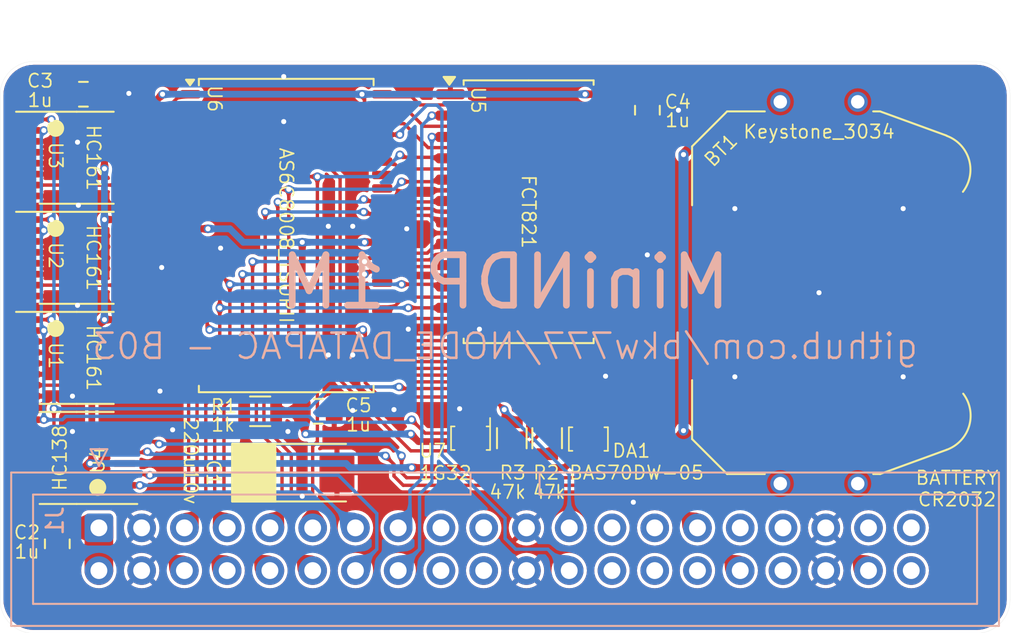
<source format=kicad_pcb>
(kicad_pcb (version 20240108) (generator "pcbnew") (generator_version "8.0")
  (title_block (title "MiniNDP 1M") (date "2024-05-25") (rev "B03") (company "Brian K. White - b.kenyon.w@gmail.com") (comment 1 "github.com/bkw777/NODE_DATAPAC"))
  (layers (0 "F.Cu" signal) (31 "B.Cu" signal) (34 "B.Paste" user) (35 "F.Paste" user) (36 "B.SilkS" user "B.Silkscreen") (37 "F.SilkS" user "F.Silkscreen") (38 "B.Mask" user) (39 "F.Mask" user) (44 "Edge.Cuts" user))
  (net 0 "")
  (net 1 "GND")
  (net 2 "VMEM")
  (net 3 "VBUS")
  (net 4 "/AD0")
  (net 5 "/AD1")
  (net 6 "/AD2")
  (net 7 "/AD3")
  (net 8 "/AD4")
  (net 9 "/AD5")
  (net 10 "/AD6")
  (net 11 "/AD7")
  (net 12 "/A8")
  (net 13 "/A9")
  (net 14 "/~{RD}")
  (net 15 "/RAMRST")
  (net 16 "/~{Y0}")
  (net 17 "/(A)")
  (net 23 "/~{BLOCK}")
  (net 24 "/~{BYTE}")
  (net 25 "/TC0")
  (net 27 "/BUS_A10")
  (net 30 "+BATT")
  (net 31 "/A5")
  (net 32 "/A6")
  (net 33 "/TC1")
  (net 34 "/~{CE1}")
  (net 35 "/A7")
  (net 36 "/BUS_A8")
  (net 37 "/BUS_A9")
  (net 38 "/A0")
  (net 39 "/A1")
  (net 40 "/A2")
  (net 41 "/A3")
  (net 42 "/A4")
  (net 56 "/~{WR}")
  (net 58 "Net-(C1-Pad1)")
  (net 60 "/A15")
  (net 61 "/A12")
  (net 62 "/A13")
  (net 63 "/A18")
  (net 64 "/A14")
  (net 65 "/A16")
  (net 66 "/A17")
  (net 67 "/A10")
  (net 68 "/A11")
  (net 69 "/BUS_A11")
  (net 70 "/A19")
  (net 81 "/SLEEP")
  (footprint "000_LOCAL:CP_6032" (layer "F.Cu") (at 139.5 110.475)
    (property "Reference" "C1")
    (property "Value" "220u10v")
  )
  (footprint "000_LOCAL:TSSOP-16" (layer "F.Cu") (at 126.5 109.6 180)
    (property "Reference" "U4")
    (property "Value" "HC138")
  )
  (footprint "000_LOCAL:C_0805" (layer "F.Cu") (at 125.35 114.704999 -90)
    (property "Reference" "C2")
    (property "Value" "1u")
  )
  (footprint "000_LOCAL:SOIC-24" (layer "F.Cu") (at 153.35 94.958999)
    (property "Reference" "U5")
    (property "Value" "FCT821")
  )
  (footprint "000_LOCAL:Fiducial_0.75_1.5" (layer "F.Cu") (at 179.95 118.025)
    (property "Reference" "F2" (hide yes))
    (property "Value" "Fiducial_0.75_1.5" (hide yes))
  )
  (footprint "000_LOCAL:TSSOP-16" (layer "F.Cu") (at 126.5 97.7)
    (property "Reference" "U2")
    (property "Value" "HC161")
  )
  (footprint "000_LOCAL:Fiducial_0.75_1.5" (layer "F.Cu") (at 179.95 88.025 90)
    (property "Reference" "F2" (hide yes))
    (property "Value" "Fiducial_0.75_1.5" (hide yes))
  )
  (footprint "000_LOCAL:SOT-363_SC-70-6_symmetric" (layer "F.Cu") (at 156.9 108.475 90)
    (property "Reference" "DA1")
    (property "Value" "BAS70DW-05")
  )
  (footprint "000_LOCAL:R_0805" (layer "F.Cu") (at 137.4 106.825 180)
    (property "Reference" "R1")
    (property "Value" "1k")
  )
  (footprint "000_LOCAL:TSSOP-16" (layer "F.Cu") (at 126.5 91.75)
    (property "Reference" "U3")
    (property "Value" "HC161")
  )
  (footprint "000_LOCAL:SOT-353_SC-70-5" (layer "F.Cu") (at 149.9 108.425 -90)
    (property "Reference" "U7")
    (property "Value" "1G32")
  )
  (footprint "000_LOCAL:C_0805" (layer "F.Cu") (at 160.406 88.923999 -90)
    (property "Reference" "C4")
    (property "Value" "1u")
  )
  (footprint "000_LOCAL:R_0805" (layer "F.Cu") (at 154.45 108.425 90)
    (property "Reference" "R2")
    (property "Value" "47k")
  )
  (footprint "000_LOCAL:Fiducial_0.75_1.5" (layer "F.Cu") (at 123.95 118.025)
    (property "Reference" "F3" (hide yes))
    (property "Value" "Fiducial_0.75_1.5" (hide yes))
  )
  (footprint "000_LOCAL:TSOP-II-44" (layer "F.Cu") (at 138.95 96.375)
    (property "Reference" "U6")
    (property "Value" "AS6C8008_TSOPII")
  )
  (footprint "000_LOCAL:MiniNDP_Cover" (layer "F.Cu") (at 151.95 103.025)
    (property "Reference" "ENCLOSURE")
    (property "Value" "MiniNDP_Cover")
  )
  (footprint "000_LOCAL:Keystone_3028_3034" (layer "F.Cu") (at 170.6 99.775 90)
    (property "Reference" "BT1")
    (property "Value" "Keystone_3034")
  )
  (footprint "000_LOCAL:R_0805" (layer "F.Cu") (at 152.35 108.425 90)
    (property "Reference" "R3")
    (property "Value" "47k")
  )
  (footprint "000_LOCAL:C_0805" (layer "F.Cu") (at 126.9 87.974 180)
    (property "Reference" "C3")
    (property "Value" "1u")
  )
  (footprint "000_LOCAL:C_0805" (layer "F.Cu") (at 140.85 106.825)
    (property "Reference" "C5")
    (property "Value" "1u")
  )
  (footprint "000_LOCAL:TSSOP-16" (layer "F.Cu") (at 126.5 103.65)
    (property "Reference" "U1")
    (property "Value" "HC161")
  )
  (footprint "000_LOCAL:IDC-Header_2x20_P2.54mm_Vertical" (layer "B.Cu") (at 127.82 113.755 -90)
    (property "Reference" "J1")
    (property "Value" "Conn_02x20_Odd_Even")
  )
  (gr_line (start 123.95 86.025) (end 179.95 86.025) (stroke (width 0.01)) (layer "Edge.Cuts"))
  (gr_line (start 179.95 120.025) (end 123.95 120.025) (stroke (width 0.01)) (layer "Edge.Cuts"))
  (gr_arc (start 179.95 86.024999) (mid 181.364214 86.610786) (end 181.950001 88.025) (stroke (width 0.01)) (layer "Edge.Cuts"))
  (gr_arc (start 123.95 120.025) (mid 122.535786 119.439214) (end 121.95 118.025) (stroke (width 0.01)) (layer "Edge.Cuts"))
  (gr_arc (start 181.950001 118.025) (mid 181.364214 119.439214) (end 179.95 120.025001) (stroke (width 0.01)) (layer "Edge.Cuts"))
  (gr_line (start 181.95 88.025) (end 181.95 118.025) (stroke (width 0.01)) (layer "Edge.Cuts"))
  (gr_arc (start 121.949999 88.025) (mid 122.535786 86.610786) (end 123.95 86.024999) (stroke (width 0.01)) (layer "Edge.Cuts"))
  (gr_line (start 121.95 118.025) (end 121.95 88.025) (stroke (width 0.01)) (layer "Edge.Cuts"))
  (gr_text "${TITLE}" (at 151.95 99.15 0) (layer "B.SilkS") (effects (font (size 3 3) (thickness 0.4)) (justify mirror)))
  (gr_text "${COMMENT1} - ${REVISION}" (at 151.95 102.96 0) (layer "B.SilkS") (effects (font (size 1.5 1.5)) (justify mirror)))
  (gr_text "BATTERY\nCR2032" (at 178.8 111.425 0) (layer "F.SilkS") (effects (font (size 0.8 0.8) (thickness 0.1))))
  (via (at 139.05 108.025) (size 0.5) (drill 0.3) (layers "F.Cu" "B.Cu") (net 1))
  (via (at 146.2 101.944) (size 0.5) (drill 0.3) (layers "F.Cu" "B.Cu") (net 1))
  (via (at 126.55 100.525) (size 0.5) (drill 0.3) (layers "F.Cu" "B.Cu") (net 1))
  (via (at 138.8 86.925) (size 0.5) (drill 0.3) (layers "F.Cu" "B.Cu") (net 1))
  (via (at 170.6 99.775) (size 0.5) (drill 0.3) (layers "F.Cu" "B.Cu") (net 1))
  (via (at 165.6 94.775) (size 0.5) (drill 0.3) (layers "F.Cu" "B.Cu") (net 1))
  (via (at 175.6 94.775) (size 0.5) (drill 0.3) (layers "F.Cu" "B.Cu") (net 1))
  (via (at 131.45 105.625) (size 0.5) (drill 0.3) (layers "F.Cu" "B.Cu") (net 1))
  (via (at 142.9 103.475) (size 0.5) (drill 0.3) (layers "F.Cu" "B.Cu") (net 1))
  (via (at 145.35 106.725) (size 0.5) (drill 0.3) (layers "F.Cu" "B.Cu") (net 1))
  (via (at 160.4 97.525) (size 0.5) (drill 0.3) (layers "F.Cu" "B.Cu") (net 1))
  (via (at 149.25 106.675) (size 0.5) (drill 0.3) (layers "F.Cu" "B.Cu") (net 1))
  (via (at 132.2 107.925) (size 0.5) (drill 0.3) (layers "F.Cu" "B.Cu") (net 1))
  (via (at 157.919 104.738) (size 0.5) (drill 0.3) (layers "F.Cu" "B.Cu") (net 1))
  (via (at 142.9 106.775) (size 0.5) (drill 0.3) (layers "F.Cu" "B.Cu") (net 1))
  (via (at 150.426 101.944) (size 0.5) (drill 0.3) (layers "F.Cu" "B.Cu") (net 1))
  (via (at 141.45 103.475) (size 0.5) (drill 0.3) (layers "F.Cu" "B.Cu") (net 1))
  (via (at 126.25 105.925) (size 0.5) (drill 0.3) (layers "F.Cu" "B.Cu") (net 1))
  (via (at 126.25 108.025) (size 0.5) (drill 0.3) (layers "F.Cu" "B.Cu") (net 1))
  (via (at 142.9 95.825) (size 0.5) (drill 0.3) (layers "F.Cu" "B.Cu") (net 1))
  (via (at 165.6 104.775) (size 0.5) (drill 0.3) (layers "F.Cu" "B.Cu") (net 1))
  (via (at 126.55 90.825) (size 0.5) (drill 0.3) (layers "F.Cu" "B.Cu") (net 1))
  (via (at 146.108 95.975) (size 0.5) (drill 0.3) (layers "F.Cu" "B.Cu") (net 1))
  (via (at 126.6 94.575) (size 0.5) (drill 0.3) (layers "F.Cu" "B.Cu") (net 1))
  (via (at 131.55 98.275) (size 0.5) (drill 0.3) (layers "F.Cu" "B.Cu") (net 1))
  (via (at 162.25 88.925) (size 0.5) (drill 0.3) (layers "F.Cu" "B.Cu") (net 1))
  (via (at 129.6 87.925) (size 0.5) (drill 0.3) (layers "F.Cu" "B.Cu") (net 1))
  (via (at 138.8 89.6) (size 0.5) (drill 0.3) (layers "F.Cu" "B.Cu") (net 1))
  (via (at 159.57 112.231) (size 0.5) (drill 0.3) (layers "F.Cu" "B.Cu") (net 1))
  (via (at 175.6 104.775) (size 0.5) (drill 0.3) (layers "F.Cu" "B.Cu") (net 1))
  (via (at 141.45 95.825) (size 0.5) (drill 0.3) (layers "F.Cu" "B.Cu") (net 1))
  (via (at 139.9 111.875) (size 0.5) (drill 0.3) (layers "F.Cu" "B.Cu") (net 1))
  (via (at 135.05 97.125) (size 0.5) (drill 0.3) (layers "F.Cu" "B.Cu") (net 1))
  (segment (start 154.750001 109.374999) (end 154.45 109.374999) (width 0.4) (layer "F.Cu") (net 2))
  (segment (start 139.900001 106.825) (end 138.349999 106.825) (width 0.4) (layer "F.Cu") (net 2))
  (segment (start 140.05 106.974999) (end 140.05 108.125) (width 0.4) (layer "F.Cu") (net 2))
  (segment (start 139.900001 106.825) (end 139.900001 106.825001) (width 0.4) (layer "F.Cu") (net 2))
  (segment (start 156.25 107.875) (end 154.750001 109.374999) (width 0.4) (layer "F.Cu") (net 2))
  (segment (start 143.6 96.775) (end 144.65 96.775) (width 0.4) (layer "F.Cu") (net 2))
  (segment (start 139.900001 106.825001) (end 139.900001 96.775001) (width 0.4) (layer "F.Cu") (net 2))
  (segment (start 152.35 109.374999) (end 154.45 109.374999) (width 0.4) (layer "F.Cu") (net 2))
  (segment (start 140.05 108.125) (end 140.1 108.175) (width 0.4) (layer "F.Cu") (net 2))
  (segment (start 139.900001 106.825) (end 140.05 106.974999) (width 0.4) (layer "F.Cu") (net 2))
  (segment (start 150.55 109.375) (end 152.349999 109.375) (width 0.4) (layer "F.Cu") (net 2))
  (segment (start 146.8 108.625) (end 149.8 108.625) (width 0.4) (layer "F.Cu") (net 2))
  (segment (start 156.25 107.525) (end 156.25 107.875) (width 0.4) (layer "F.Cu") (net 2))
  (segment (start 134.3 95.975) (end 133.25 95.975) (width 0.4) (layer "F.Cu") (net 2))
  (segment (start 152.349999 109.375) (end 152.35 109.374999) (width 0.4) (layer "F.Cu") (net 2))
  (segment (start 146.35 108.175) (end 146.8 108.625) (width 0.4) (layer "F.Cu") (net 2))
  (segment (start 149.8 108.625) (end 150.55 109.375) (width 0.4) (layer "F.Cu") (net 2))
  (via (at 140.1 108.175) (size 0.5) (drill 0.3) (layers "F.Cu" "B.Cu") (net 2))
  (via (at 146.35 108.175) (size 0.5) (drill 0.3) (layers "F.Cu" "B.Cu") (net 2))
  (via (at 134.3 95.975) (size 0.5) (drill 0.3) (layers "F.Cu" "B.Cu") (net 2))
  (via (at 139.9 96.775) (size 0.5) (drill 0.3) (layers "F.Cu" "B.Cu") (net 2))
  (via (at 143.6 96.775) (size 0.5) (drill 0.3) (layers "F.Cu" "B.Cu") (net 2))
  (segment (start 146.35 108.175) (end 140.1 108.175) (width 0.4) (layer "B.Cu") (net 2))
  (segment (start 143.6 96.775) (end 139.9 96.775) (width 0.4) (layer "B.Cu") (net 2))
  (segment (start 135.6 95.975) (end 134.3 95.975) (width 0.4) (layer "B.Cu") (net 2))
  (segment (start 136.4 96.775) (end 135.6 95.975) (width 0.4) (layer "B.Cu") (net 2))
  (segment (start 139.9 96.775) (end 136.4 96.775) (width 0.4) (layer "B.Cu") (net 2))
  (segment (start 128.15 89.475) (end 128.15 88.274001) (width 0.4) (layer "F.Cu") (net 3))
  (segment (start 128.15 88.274001) (end 127.849999 87.974) (width 0.4) (layer "F.Cu") (net 3))
  (segment (start 129.35 89.475) (end 130.1 89.475) (width 0.4) (layer "F.Cu") (net 3))
  (segment (start 143.9 91.025) (end 144.5 91.025) (width 0.2) (layer "F.Cu") (net 3))
  (segment (start 127.3 109.925) (end 127.4 109.825) (width 0.4) (layer "F.Cu") (net 3))
  (segment (start 125.35 113.755) (end 127.82 113.755) (width 1) (layer "F.Cu") (net 3))
  (segment (start 123.65 105.275) (end 127.82 105.275) (width 0.2) (layer "F.Cu") (net 3))
  (segment (start 129.35 105.925) (end 129.35 105.275) (width 0.2) (layer "F.Cu") (net 3))
  (segment (start 128.15 95.425) (end 129.35 95.425) (width 0.4) (layer "F.Cu") (net 3))
  (segment (start 129.35 89.475) (end 128.15 89.475) (width 0.4) (layer "F.Cu") (net 3))
  (segment (start 127.82 105.275) (end 129.35 105.275) (width 0.2) (layer "F.Cu") (net 3))
  (segment (start 158 87.974) (end 156.701 87.974) (width 0.4) (layer "F.Cu") (net 3))
  (segment (start 143.6 88.125) (end 143.6 90.725) (width 0.2) (layer "F.Cu") (net 3))
  (segment (start 143.45 87.975) (end 143.6 88.125) (width 0.2) (layer "F.Cu") (net 3))
  (segment (start 125.35 111.875) (end 123.65 111.875) (width 0.4) (layer "F.Cu") (net 3))
  (segment (start 155.5 110.175) (end 156.25 109.425) (width 0.4) (layer "F.Cu") (net 3))
  (segment (start 130.1 89.475) (end 131.601 87.974) (width 0.4) (layer "F.Cu") (net 3))
  (segment (start 128.15 92.4) (end 128.15 89.475) (width 0.4) (layer "F.Cu") (net 3))
  (segment (start 144.5 91.025) (end 144.65 91.175) (width 0.2) (layer "F.Cu") (net 3))
  (segment (start 129.35 95.425) (end 129.35 94.025) (width 0.2) (layer "F.Cu") (net 3))
  (segment (start 128.15 101.375) (end 129.35 101.375) (width 0.4) (layer "F.Cu") (net 3))
  (segment (start 158 87.974) (end 160.406 87.974) (width 0.4) (layer "F.Cu") (net 3))
  (segment (start 146.4 110.175) (end 155.5 110.175) (width 0.4) (layer "F.Cu") (net 3))
  (segment (start 127.4 109.825) (end 127.4 102.125) (width 0.4) (layer "F.Cu") (net 3))
  (segment (start 125.35 111.875) (end 125.35 113.755) (width 0.6) (layer "F.Cu") (net 3))
  (segment (start 129.35 101.375) (end 129.35 99.975) (width 0.2) (layer "F.Cu") (net 3))
  (segment (start 127.7 113.635) (end 127.82 113.755) (width 0.4) (layer "F.Cu") (net 3))
  (segment (start 143.6 90.725) (end 143.9 91.025) (width 0.2) (layer "F.Cu") (net 3))
  (segment (start 127.3 109.925) (end 125.35 111.875) (width 0.6) (layer "F.Cu") (net 3))
  (segment (start 127.4 102.125) (end 128.15 101.375) (width 0.4) (layer "F.Cu") (net 3))
  (segment (start 127.82 116.295) (end 127.82 113.755) (width 1.7) (layer "F.Cu") (net 3))
  (segment (start 127.6 113.535) (end 127.7 113.635) (width 0.6) (layer "F.Cu") (net 3))
  (via (at 156.701 87.974) (size 0.5) (drill 0.3) (layers "F.Cu" "B.Cu") (net 3))
  (via (at 128.15 92.4) (size 0.5) (drill 0.3) (layers "F.Cu" "B.Cu") (net 3))
  (via (at 128.15 95.425) (size 0.5) (drill 0.3) (layers "F.Cu" "B.Cu") (net 3))
  (via (at 127.3 109.925) (size 0.5) (drill 0.3) (layers "F.Cu" "B.Cu") (net 3))
  (via (at 128.15 101.375) (size 0.5) (drill 0.3) (layers "F.Cu" "B.Cu") (net 3))
  (via (at 131.601 87.974) (size 0.5) (drill 0.3) (layers "F.Cu" "B.Cu") (net 3))
  (via (at 143.45 87.975) (size 0.5) (drill 0.3) (layers "F.Cu" "B.Cu") (net 3))
  (via (at 146.4 110.175) (size 0.5) (drill 0.3) (layers "F.Cu" "B.Cu") (net 3))
  (segment (start 128.15 101.375) (end 128.15 95.425) (width 0.4) (layer "B.Cu") (net 3))
  (segment (start 143.449 87.974) (end 131.601 87.974) (width 0.4) (layer "B.Cu") (net 3))
  (segment (start 142.5 109.925) (end 127.3 109.925) (width 0.4) (layer "B.Cu") (net 3))
  (segment (start 143.45 87.975) (end 143.449 87.974) (width 0.4) (layer "B.Cu") (net 3))
  (segment (start 128.15 95.425) (end 128.15 92.4) (width 0.4) (layer "B.Cu") (net 3))
  (segment (start 143.451 87.974) (end 143.45 87.975) (width 0.4) (layer "B.Cu") (net 3))
  (segment (start 156.701 87.974) (end 143.451 87.974) (width 0.4) (layer "B.Cu") (net 3))
  (segment (start 142.75 110.175) (end 142.5 109.925) (width 0.4) (layer "B.Cu") (net 3))
  (segment (start 146.4 110.175) (end 142.75 110.175) (width 0.4) (layer "B.Cu") (net 3))
  (segment (start 148.7 100.673999) (end 146.2 100.673999) (width 0.2) (layer "F.Cu") (net 4))
  (segment (start 131.63 113.195) (end 131.63 115.025) (width 0.2) (layer "F.Cu") (net 4))
  (segment (start 135 100.675) (end 135 99.575) (width 0.2) (layer "F.Cu") (net 4))
  (segment (start 135 100.675) (end 135 104.375) (width 0.2) (layer "F.Cu") (net 4))
  (segment (start 133.4 98.525) (end 133.25 98.375) (width 0.2) (layer "F.Cu") (net 4))
  (segment (start 133.95 98.525) (end 133.4 98.525) (width 0.2) (layer "F.Cu") (net 4))
  (segment (start 135 104.375) (end 133.15 106.225) (width 0.2) (layer "F.Cu") (net 4))
  (segment (start 133.15 106.225) (end 133.15 111.675) (width 0.2) (layer "F.Cu") (net 4))
  (segment (start 135 99.575) (end 133.95 98.525) (width 0.2) (layer "F.Cu") (net 4))
  (segment (start 133.15 111.675) (end 131.63 113.195) (width 0.2) (layer "F.Cu") (net 4))
  (segment (start 131.63 115.025) (end 132.9 116.295) (width 0.2) (layer "F.Cu") (net 4))
  (via (at 146.2 100.673999) (size 0.5) (drill 0.3) (layers "F.Cu" "B.Cu") (net 4))
  (via (at 135 100.675) (size 0.5) (drill 0.3) (layers "F.Cu" "B.Cu") (net 4))
  (segment (start 136.297998 100.675) (end 136.298999 100.673999) (width 0.2) (layer "B.Cu") (net 4))
  (segment (start 136.298999 100.673999) (end 146.2 100.673999) (width 0.2) (layer "B.Cu") (net 4))
  (segment (start 135 100.675) (end 136.297998 100.675) (width 0.2) (layer "B.Cu") (net 4))
  (segment (start 133.4 97.725) (end 134.05 97.725) (width 0.2) (layer "F.Cu") (net 5))
  (segment (start 134.05 97.725) (end 135.6 99.275) (width 0.2) (layer "F.Cu") (net 5))
  (segment (start 135.6 104.375) (end 133.65 106.325) (width 0.2) (layer "F.Cu") (net 5))
  (segment (start 133.25 97.575) (end 133.4 97.725) (width 0.2) (layer "F.Cu") (net 5))
  (segment (start 133.65 106.325) (end 133.65 113.005) (width 0.2) (layer "F.Cu") (net 5))
  (segment (start 135.6 99.275) (end 135.6 104.375) (width 0.2) (layer "F.Cu") (net 5))
  (segment (start 133.65 113.005) (end 132.9 113.755) (width 0.2) (layer "F.Cu") (net 5))
  (segment (start 145.8 99.275) (end 148.571001 99.275) (width 0.2) (layer "F.Cu") (net 5))
  (segment (start 148.571001 99.275) (end 148.7 99.403999) (width 0.2) (layer "F.Cu") (net 5))
  (via (at 145.8 99.275) (size 0.5) (drill 0.3) (layers "F.Cu" "B.Cu") (net 5))
  (via (at 135.6 99.275) (size 0.5) (drill 0.3) (layers "F.Cu" "B.Cu") (net 5))
  (segment (start 135.75 99.275) (end 135.6 99.425) (width 0.2) (layer "B.Cu") (net 5))
  (segment (start 145.8 99.275) (end 135.75 99.275) (width 0.2) (layer "B.Cu") (net 5))
  (segment (start 136.35 104.225) (end 134.17 106.405) (width 0.2) (layer "F.Cu") (net 6))
  (segment (start 134.17 115.025) (end 135.44 116.295) (width 0.2) (layer "F.Cu") (net 6))
  (segment (start 148.608998 98.225) (end 148.699999 98.133999) (width 0.2) (layer "F.Cu") (net 6))
  (segment (start 144.8 98.225) (end 148.608998 98.225) (width 0.2) (layer "F.Cu") (net 6))
  (segment (start 143.75 98.525) (end 144.5 98.525) (width 0.2) (layer "F.Cu") (net 6))
  (segment (start 143.6 98.675) (end 143.75 98.525) (width 0.2) (layer "F.Cu") (net 6))
  (segment (start 144.5 98.525) (end 144.65 98.375) (width 0.2) (layer "F.Cu") (net 6))
  (segment (start 136.35 98.675) (end 136.35 104.225) (width 0.2) (layer "F.Cu") (net 6))
  (segment (start 144.65 98.375) (end 144.8 98.225) (width 0.2) (layer "F.Cu") (net 6))
  (segment (start 134.17 106.405) (end 134.17 115.025) (width 0.2) (layer "F.Cu") (net 6))
  (via (at 136.35 98.675) (size 0.5) (drill 0.3) (layers "F.Cu" "B.Cu") (net 6))
  (via (at 143.6 98.675) (size 0.5) (drill 0.3) (layers "F.Cu" "B.Cu") (net 6))
  (segment (start 136.35 98.675) (end 143.6 98.675) (width 0.2) (layer "B.Cu") (net 6))
  (segment (start 148.488999 97.075) (end 148.7 96.863999) (width 0.2) (layer "F.Cu") (net 7))
  (segment (start 136.95 97.925) (end 136.95 104.225) (width 0.2) (layer "F.Cu") (net 7))
  (segment (start 143.8 97.725) (end 144.5 97.725) (width 0.2) (layer "F.Cu") (net 7))
  (segment (start 147.675 97.075) (end 148.488999 97.075) (width 0.2) (layer "F.Cu") (net 7))
  (segment (start 144.65 97.575) (end 144.8 97.425) (width 0.2) (layer "F.Cu") (net 7))
  (segment (start 147.325 97.425) (end 147.675 97.075) (width 0.2) (layer "F.Cu") (net 7))
  (segment (start 134.7 113.015) (end 135.44 113.755) (width 0.2) (layer "F.Cu") (net 7))
  (segment (start 136.95 104.225) (end 134.7 106.475) (width 0.2) (layer "F.Cu") (net 7))
  (segment (start 144.8 97.425) (end 147.325 97.425) (width 0.2) (layer "F.Cu") (net 7))
  (segment (start 144.5 97.725) (end 144.65 97.575) (width 0.2) (layer "F.Cu") (net 7))
  (segment (start 134.7 106.475) (end 134.7 113.015) (width 0.2) (layer "F.Cu") (net 7))
  (segment (start 143.6 97.925) (end 143.8 97.725) (width 0.2) (layer "F.Cu") (net 7))
  (via (at 136.95 97.925) (size 0.5) (drill 0.3) (layers "F.Cu" "B.Cu") (net 7))
  (via (at 143.6 97.925) (size 0.5) (drill 0.3) (layers "F.Cu" "B.Cu") (net 7))
  (segment (start 143.6 97.925) (end 136.95 97.925) (width 0.2) (layer "B.Cu") (net 7))
  (segment (start 135.25 111.675) (end 136.71 113.135) (width 0.2) (layer "F.Cu") (net 8))
  (segment (start 136.71 115.025) (end 137.98 116.295) (width 0.2) (layer "F.Cu") (net 8))
  (segment (start 147.6955 95.3908) (end 148.496801 95.3908) (width 0.2) (layer "F.Cu") (net 8))
  (segment (start 136.71 113.135) (end 136.71 115.025) (width 0.2) (layer "F.Cu") (net 8))
  (segment (start 148.496801 95.3908) (end 148.7 95.593999) (width 0.2) (layer "F.Cu") (net 8))
  (segment (start 143.55 94.975) (end 143.65 95.075) (width 0.2) (layer "F.Cu") (net 8))
  (segment (start 137.7 94.975) (end 137.7 104.075) (width 0.2) (layer "F.Cu") (net 8))
  (segment (start 143.65 95.075) (end 144.55 95.075) (width 0.2) (layer "F.Cu") (net 8))
  (segment (start 147.4797 95.175) (end 147.6955 95.3908) (width 0.2) (layer "F.Cu") (net 8))
  (segment (start 137.7 104.075) (end 135.25 106.525) (width 0.2) (layer "F.Cu") (net 8))
  (segment (start 144.65 95.175) (end 147.4797 95.175) (width 0.2) (layer "F.Cu") (net 8))
  (segment (start 144.55 95.075) (end 144.65 95.175) (width 0.2) (layer "F.Cu") (net 8))
  (segment (start 135.25 106.525) (end 135.25 111.675) (width 0.2) (layer "F.Cu") (net 8))
  (via (at 143.55 94.975) (size 0.5) (drill 0.3) (layers "F.Cu" "B.Cu") (net 8))
  (via (at 137.7 94.975) (size 0.5) (drill 0.3) (layers "F.Cu" "B.Cu") (net 8))
  (segment (start 137.7 94.975) (end 143.55 94.975) (width 0.2) (layer "B.Cu") (net 8))
  (segment (start 137.98 113.755) (end 138.7 113.035) (width 0.2) (layer "F.Cu") (net 9))
  (segment (start 148.7 94.323999) (end 148.648999 94.375) (width 0.2) (layer "F.Cu") (net 9))
  (segment (start 143.65 94.325) (end 143.55 94.225) (width 0.2) (layer "F.Cu") (net 9))
  (segment (start 148.648999 94.375) (end 144.65 94.375) (width 0.2) (layer "F.Cu") (net 9))
  (segment (start 138.7 109.425) (end 137.175 107.9) (width 0.2) (layer "F.Cu") (net 9))
  (segment (start 144.6 94.325) (end 143.65 94.325) (width 0.2) (layer "F.Cu") (net 9))
  (segment (start 138.7 113.035) (end 138.7 109.425) (width 0.2) (layer "F.Cu") (net 9))
  (segment (start 137.175 105.499) (end 138.45 104.224) (width 0.2) (layer "F.Cu") (net 9))
  (segment (start 144.65 94.375) (end 144.6 94.325) (width 0.2) (layer "F.Cu") (net 9))
  (segment (start 137.175 107.9) (end 137.175 105.499) (width 0.2) (layer "F.Cu") (net 9))
  (segment (start 138.45 104.224) (end 138.45 94.375) (width 0.2) (layer "F.Cu") (net 9))
  (via (at 143.55 94.225) (size 0.5) (drill 0.3) (layers "F.Cu" "B.Cu") (net 9))
  (via (at 138.45 94.375) (size 0.5) (drill 0.3) (layers "F.Cu" "B.Cu") (net 9))
  (segment (start 138.45 94.375) (end 143.4 94.375) (width 0.2) (layer "B.Cu") (net 9))
  (segment (start 143.4 94.375) (end 143.55 94.225) (width 0.2) (layer "B.Cu") (net 9))
  (segment (start 134.05 95.025) (end 133.4 95.025) (width 0.2) (layer "F.Cu") (net 10))
  (segment (start 139.25 115.025) (end 140.52 116.295) (width 0.2) (layer "F.Cu") (net 10))
  (segment (start 133.4 95.025) (end 133.25 95.175) (width 0.2) (layer "F.Cu") (net 10))
  (segment (start 148.7 93.053999) (end 148.578999 93.175) (width 0.2) (layer "F.Cu") (net 10))
  (segment (start 139.1 104.375) (end 137.625 105.85) (width 0.2) (layer "F.Cu") (net 10))
  (segment (start 139.1 93.625) (end 135.45 93.625) (width 0.2) (layer "F.Cu") (net 10))
  (segment (start 148.578999 93.175) (end 145.8 93.175) (width 0.2) (layer "F.Cu") (net 10))
  (segment (start 137.625 107.75) (end 139.25 109.375) (width 0.2) (layer "F.Cu") (net 10))
  (segment (start 139.1 93.625) (end 139.1 104.375) (width 0.2) (layer "F.Cu") (net 10))
  (segment (start 137.625 105.85) (end 137.625 107.75) (width 0.2) (layer "F.Cu") (net 10))
  (segment (start 139.25 109.375) (end 139.25 115.025) (width 0.2) (layer "F.Cu") (net 10))
  (segment (start 135.45 93.625) (end 134.05 95.025) (width 0.2) (layer "F.Cu") (net 10))
  (via (at 145.8 93.175) (size 0.5) (drill 0.3) (layers "F.Cu" "B.Cu") (net 10))
  (via (at 139.1 93.625) (size 0.5) (drill 0.3) (layers "F.Cu" "B.Cu") (net 10))
  (segment (start 139.1 93.625) (end 145.35 93.625) (width 0.2) (layer "B.Cu") (net 10))
  (segment (start 145.35 93.625) (end 145.8 93.175) (width 0.2) (layer "B.Cu") (net 10))
  (segment (start 133.4 94.225) (end 133.25 94.375) (width 0.2) (layer "F.Cu") (net 11))
  (segment (start 135.4 92.875) (end 134.05 94.225) (width 0.2) (layer "F.Cu") (net 11))
  (segment (start 140.8 92.875) (end 140.8 108.625) (width 0.2) (layer "F.Cu") (net 11))
  (segment (start 148.699999 91.783999) (end 148.641 91.725) (width 0.2) (layer "F.Cu") (net 11))
  (segment (start 140.8 108.625) (end 140.52 108.905) (width 0.2) (layer "F.Cu") (net 11))
  (segment (start 145.85 91.725) (end 145.7 91.575) (width 0.2) (layer "F.Cu") (net 11))
  (segment (start 134.05 94.225) (end 133.4 94.225) (width 0.2) (layer "F.Cu") (net 11))
  (segment (start 140.52 108.905) (end 140.52 113.755) (width 0.2) (layer "F.Cu") (net 11))
  (segment (start 148.641 91.725) (end 145.85 91.725) (width 0.2) (layer "F.Cu") (net 11))
  (segment (start 140.8 92.875) (end 135.4 92.875) (width 0.2) (layer "F.Cu") (net 11))
  (via (at 140.8 92.875) (size 0.5) (drill 0.3) (layers "F.Cu" "B.Cu") (net 11))
  (via (at 145.7 91.575) (size 0.5) (drill 0.3) (layers "F.Cu" "B.Cu") (net 11))
  (segment (start 144.4 92.875) (end 145.7 91.575) (width 0.2) (layer "B.Cu") (net 11))
  (segment (start 140.8 92.875) (end 144.4 92.875) (width 0.2) (layer "B.Cu") (net 11))
  (segment (start 129.35 90.775) (end 129.45 90.675) (width 0.2) (layer "F.Cu") (net 12))
  (segment (start 130.2 90.675) (end 131.35 89.525) (width 0.2) (layer "F.Cu") (net 12))
  (segment (start 132.55 88.125) (end 133.1 88.125) (width 0.2) (layer "F.Cu") (net 12))
  (segment (start 133.1 88.125) (end 133.25 87.975) (width 0.2) (layer "F.Cu") (net 12))
  (segment (start 131.35 89.325) (end 132.55 88.125) (width 0.2) (layer "F.Cu") (net 12))
  (segment (start 131.35 89.525) (end 131.35 89.325) (width 0.2) (layer "F.Cu") (net 12))
  (segment (start 129.45 90.675) (end 130.2 90.675) (width 0.2) (layer "F.Cu") (net 12))
  (segment (start 133.1 88.925) (end 133.25 88.775) (width 0.2) (layer "F.Cu") (net 13))
  (segment (start 129.45 91.325) (end 130.2 91.325) (width 0.2) (layer "F.Cu") (net 13))
  (segment (start 129.35 91.425) (end 129.45 91.325) (width 0.2) (layer "F.Cu") (net 13))
  (segment (start 130.2 91.325) (end 132.6 88.925) (width 0.2) (layer "F.Cu") (net 13))
  (segment (start 132.6 88.925) (end 133.1 88.925) (width 0.2) (layer "F.Cu") (net 13))
  (segment (start 144.65 90.375) (end 145.7 90.375) (width 0.2) (layer "F.Cu") (net 14))
  (via (at 145.7 90.375) (size 0.5) (drill 0.3) (layers "F.Cu" "B.Cu") (net 14))
  (segment (start 145.7 90.225) (end 147.3 88.625) (width 0.2) (layer "B.Cu") (net 14))
  (segment (start 147.3 88.625) (end 147.902 88.625) (width 0.2) (layer "B.Cu") (net 14))
  (segment (start 145.7 90.375) (end 145.7 90.225) (width 0.2) (layer "B.Cu") (net 14))
  (segment (start 147.902 88.625) (end 148.2 88.923) (width 0.2) (layer "B.Cu") (net 14))
  (segment (start 152.585 115.025) (end 154.49 115.025) (width 0.2) (layer "B.Cu") (net 14))
  (segment (start 151.95 114.39) (end 152.585 115.025) (width 0.2) (layer "B.Cu") (net 14))
  (segment (start 151.95 113.175) (end 151.95 114.39) (width 0.2) (layer "B.Cu") (net 14))
  (segment (start 148.2 109.425) (end 151.95 113.175) (width 0.2) (layer "B.Cu") (net 14))
  (segment (start 148.2 88.923) (end 148.2 109.425) (width 0.2) (layer "B.Cu") (net 14))
  (segment (start 154.49 115.025) (end 155.76 116.295) (width 0.2) (layer "B.Cu") (net 14))
  (segment (start 165.25 112.375) (end 166.445 112.375) (width 0.2) (layer "F.Cu") (net 15))
  (segment (start 172.27 115.025) (end 173.54 116.295) (width 0.2) (layer "F.Cu") (net 15))
  (segment (start 167.825 115.025) (end 172.27 115.025) (width 0.2) (layer "F.Cu") (net 15))
  (segment (start 167.19 114.39) (end 167.825 115.025) (width 0.2) (layer "F.Cu") (net 15))
  (segment (start 167.19 113.12) (end 167.19 114.39) (width 0.2) (layer "F.Cu") (net 15))
  (segment (start 166.445 112.375) (end 167.19 113.12) (width 0.2) (layer "F.Cu") (net 15))
  (segment (start 157.55 109.625) (end 162.5 109.625) (width 0.2) (layer "F.Cu") (net 15))
  (segment (start 157.55 109.425) (end 157.55 109.625) (width 0.2) (layer "F.Cu") (net 15))
  (segment (start 162.5 109.625) (end 165.25 112.375) (width 0.2) (layer "F.Cu") (net 15))
  (segment (start 145.35 110.675) (end 145.9 111.225) (width 0.2) (layer "F.Cu") (net 16))
  (segment (start 130.7 109.225) (end 130.65 109.275) (width 0.2) (layer "F.Cu") (net 16))
  (segment (start 145.35 109.975) (end 145.35 110.675) (width 0.2) (layer "F.Cu") (net 16))
  (segment (start 144.85 109.475) (end 145.35 109.975) (width 0.2) (layer "F.Cu") (net 16))
  (segment (start 145.9 111.225) (end 160.85 111.225) (width 0.2) (layer "F.Cu") (net 16))
  (segment (start 130.65 109.275) (end 129.35 109.275) (width 0.2) (layer "F.Cu") (net 16))
  (segment (start 160.85 111.225) (end 163.38 113.755) (width 0.2) (layer "F.Cu") (net 16))
  (via (at 144.85 109.475) (size 0.5) (drill 0.3) (layers "F.Cu" "B.Cu") (net 16))
  (via (at 130.7 109.225) (size 0.5) (drill 0.3) (layers "F.Cu" "B.Cu") (net 16))
  (segment (start 144.85 109.475) (end 144.75 109.375) (width 0.2) (layer "B.Cu") (net 16))
  (segment (start 130.85 109.375) (end 130.7 109.225) (width 0.2) (layer "B.Cu") (net 16))
  (segment (start 144.75 109.375) (end 130.85 109.375) (width 0.2) (layer "B.Cu") (net 16))
  (segment (start 131.25 108.625) (end 129.35 108.625) (width 0.2) (layer "F.Cu") (net 17))
  (segment (start 164.65 115.025) (end 165.92 116.295) (width 0.2) (layer "F.Cu") (net 17))
  (segment (start 162.305 110.775) (end 164.65 113.12) (width 0.2) (layer "F.Cu") (net 17))
  (segment (start 145.8 109.475) (end 145.8 110.475) (width 0.2) (layer "F.Cu") (net 17))
  (segment (start 131.4 108.775) (end 131.25 108.625) (width 0.2) (layer "F.Cu") (net 17))
  (segment (start 145.8 110.475) (end 146.1 110.775) (width 0.2) (layer "F.Cu") (net 17))
  (segment (start 164.65 113.12) (end 164.65 115.025) (width 0.2) (layer "F.Cu") (net 17))
  (segment (start 146.1 110.775) (end 162.305 110.775) (width 0.2) (layer "F.Cu") (net 17))
  (via (at 145.8 109.475) (size 0.5) (drill 0.3) (layers "F.Cu" "B.Cu") (net 17))
  (via (at 131.4 108.775) (size 0.5) (drill 0.3) (layers "F.Cu" "B.Cu") (net 17))
  (segment (start 145.8 109.475) (end 145.1 108.775) (width 0.2) (layer "B.Cu") (net 17))
  (segment (start 145.1 108.775) (end 131.4 108.775) (width 0.2) (layer "B.Cu") (net 17))
  (segment (start 156.9538 102.1472) (end 157.796798 102.1472) (width 0.2) (layer "F.Cu") (net 23))
  (segment (start 124.55 108.525) (end 123.75 108.525) (width 0.2) (layer "F.Cu") (net 23))
  (segment (start 145.65 105.375) (end 145.75 105.475) (width 0.2) (layer "F.Cu") (net 23))
  (segment (start 123.75 108.525) (end 123.65 108.625) (width 0.2) (layer "F.Cu") (net 23))
  (segment (start 125.15 106.675) (end 125.15 107.925) (width 0.2) (layer "F.Cu") (net 23))
  (segment (start 123.65 89.475) (end 125 89.475) (width 0.2) (layer "F.Cu") (net 23))
  (segment (start 157.796798 102.1472) (end 158 101.943998) (width 0.2) (layer "F.Cu") (net 23))
  (segment (start 153.626 105.475) (end 156.9538 102.1472) (width 0.2) (layer "F.Cu") (net 23))
  (segment (start 123.65 95.425) (end 125 95.425) (width 0.2) (layer "F.Cu") (net 23))
  (segment (start 125.15 107.925) (end 124.55 108.525) (width 0.2) (layer "F.Cu") (net 23))
  (segment (start 145.75 105.475) (end 153.626 105.475) (width 0.2) (layer "F.Cu") (net 23))
  (segment (start 123.65 101.375) (end 125 101.375) (width 0.2) (layer "F.Cu") (net 23))
  (via (at 145.65 105.375) (size 0.5) (drill 0.3) (layers "F.Cu" "B.Cu") (net 23))
  (via (at 125 95.425) (size 0.5) (drill 0.3) (layers "F.Cu" "B.Cu") (net 23))
  (via (at 125 89.475) (size 0.5) (drill 0.3) (layers "F.Cu" "B.Cu") (net 23))
  (via (at 125.15 106.675) (size 0.5) (drill 0.3) (layers "F.Cu" "B.Cu") (net 23))
  (via (at 125 101.375) (size 0.5) (drill 0.3) (layers "F.Cu" "B.Cu") (net 23))
  (segment (start 145.65 105.375) (end 141.6 105.375) (width 0.2) (layer "B.Cu") (net 23))
  (segment (start 125.15 95.575) (end 125.15 101.225) (width 0.2) (layer "B.Cu") (net 23))
  (segment (start 125.15 101.225) (end 125 101.375) (width 0.2) (layer "B.Cu") (net 23))
  (segment (start 125.15 89.625) (end 125.15 95.275) (width 0.2) (layer "B.Cu") (net 23))
  (segment (start 141.6 105.375) (end 140.3 106.675) (width 0.2) (layer "B.Cu") (net 23))
  (segment (start 125.15 101.525) (end 125 101.375) (width 0.2) (layer "B.Cu") (net 23))
  (segment (start 125.15 106.675) (end 125.15 101.525) (width 0.2) (layer "B.Cu") (net 23))
  (segment (start 140.3 106.675) (end 125.15 106.675) (width 0.2) (layer "B.Cu") (net 23))
  (segment (start 125.15 95.275) (end 125 95.425) (width 0.2) (layer "B.Cu") (net 23))
  (segment (start 125 95.425) (end 125.15 95.575) (width 0.2) (layer "B.Cu") (net 23))
  (segment (start 125 89.475) (end 125.15 89.625) (width 0.2) (layer "B.Cu") (net 23))
  (segment (start 149.8 107.575001) (end 149.9 107.475001) (width 0.2) (layer "F.Cu") (net 24))
  (segment (start 123.65 90.125) (end 124.55 90.125) (width 0.2) (layer "F.Cu") (net 24))
  (segment (start 146.4 107.325) (end 147.2 108.125) (width 0.2) (layer "F.Cu") (net 24))
  (segment (start 147.2 108.125) (end 149.6 108.125) (width 0.2) (layer "F.Cu") (net 24))
  (segment (start 123.65 107.325) (end 124.55 107.325) (width 0.2) (layer "F.Cu") (net 24))
  (segment (start 149.6 108.125) (end 149.8 107.925) (width 0.2) (layer "F.Cu") (net 24))
  (segment (start 123.65 102.025) (end 124.55 102.025) (width 0.2) (layer "F.Cu") (net 24))
  (segment (start 149.8 107.925) (end 149.8 107.575001) (width 0.2) (layer "F.Cu") (net 24))
  (segment (start 123.65 96.075) (end 124.55 96.075) (width 0.2) (layer "F.Cu") (net 24))
  (via (at 124.55 102.025) (size 0.5) (drill 0.3) (layers "F.Cu" "B.Cu") (net 24))
  (via (at 146.4 107.325) (size 0.5) (drill 0.3) (layers "F.Cu" "B.Cu") (net 24))
  (via (at 124.55 107.325) (size 0.5) (drill 0.3) (layers "F.Cu" "B.Cu") (net 24))
  (via (at 124.55 96.075) (size 0.5) (drill 0.3) (layers "F.Cu" "B.Cu") (net 24))
  (via (at 124.55 90.125) (size 0.5) (drill 0.3) (layers "F.Cu" "B.Cu") (net 24))
  (segment (start 124.4 95.925) (end 124.4 90.275) (width 0.2) (layer "B.Cu") (net 24))
  (segment (start 140.3 107.125) (end 125.85 107.125) (width 0.2) (layer "B.Cu") (net 24))
  (segment (start 124.55 102.025) (end 124.4 101.875) (width 0.2) (layer "B.Cu") (net 24))
  (segment (start 125.85 107.125) (end 125.65 107.325) (width 0.2) (layer "B.Cu") (net 24))
  (segment (start 146.4 107.325) (end 146.25 107.475) (width 0.2) (layer "B.Cu") (net 24))
  (segment (start 124.4 101.875) (end 124.4 96.225) (width 0.2) (layer "B.Cu") (net 24))
  (segment (start 124.4 96.225) (end 124.55 96.075) (width 0.2) (layer "B.Cu") (net 24))
  (segment (start 140.65 107.475) (end 140.3 107.125) (width 0.2) (layer "B.Cu") (net 24))
  (segment (start 146.25 107.475) (end 140.65 107.475) (width 0.2) (layer "B.Cu") (net 24))
  (segment (start 124.55 107.325) (end 124.55 102.025) (width 0.2) (layer "B.Cu") (net 24))
  (segment (start 124.55 96.075) (end 124.4 95.925) (width 0.2) (layer "B.Cu") (net 24))
  (segment (start 124.4 90.275) (end 124.55 90.125) (width 0.2) (layer "B.Cu") (net 24))
  (segment (start 125.65 107.325) (end 124.55 107.325) (width 0.2) (layer "B.Cu") (net 24))
  (segment (start 129.45 101.925) (end 130.2 101.925) (width 0.2) (layer "F.Cu") (net 25))
  (segment (start 129.35 102.025) (end 129.45 101.925) (width 0.2) (layer "F.Cu") (net 25))
  (segment (start 130.45 101.675) (end 130.45 99.675) (width 0.2) (layer "F.Cu") (net 25))
  (segment (start 129.35 99.325) (end 123.65 99.325) (width 0.2) (layer "F.Cu") (net 25))
  (segment (start 129.45 99.425) (end 129.35 99.325) (width 0.2) (layer "F.Cu") (net 25))
  (segment (start 130.2 99.425) (end 129.45 99.425) (width 0.2) (layer "F.Cu") (net 25))
  (segment (start 130.2 101.925) (end 130.45 101.675) (width 0.2) (layer "F.Cu") (net 25))
  (segment (start 130.45 99.675) (end 130.2 99.425) (width 0.2) (layer "F.Cu") (net 25))
  (segment (start 148.7 90.513999) (end 147.6 90.513999) (width 0.2) (layer "F.Cu") (net 27))
  (via (at 147.6 90.513999) (size 0.5) (drill 0.3) (layers "F.Cu" "B.Cu") (net 27))
  (segment (start 147.6 111.025) (end 146.87 111.755) (width 0.2) (layer "B.Cu") (net 27))
  (segment (start 146.87 115.025) (end 145.6 116.295) (width 0.2) (layer "B.Cu") (net 27))
  (segment (start 147.6 90.513999) (end 147.6 111.025) (width 0.2) (layer "B.Cu") (net 27))
  (segment (start 146.87 111.755) (end 146.87 115.025) (width 0.2) (layer "B.Cu") (net 27))
  (segment (start 156.9 109.424999) (end 156.9 108.875) (width 0.4) (layer "F.Cu") (net 30))
  (segment (start 162.05 108.475) (end 162.55 107.975) (width 0.4) (layer "F.Cu") (net 30))
  (segment (start 157.3 108.475) (end 163.05 108.475) (width 0.4) (layer "F.Cu") (net 30))
  (segment (start 162.55 107.975) (end 165.7 111.125) (width 0.6) (layer "F.Cu") (net 30))
  (segment (start 156.9 108.875) (end 157.3 108.475) (width 0.4) (layer "F.Cu") (net 30))
  (segment (start 162.55 91.561) (end 165.686 88.425) (width 0.6) (layer "F.Cu") (net 30))
  (segment (start 165.686 88.425) (end 170.6 88.425) (width 0.6) (layer "F.Cu") (net 30))
  (segment (start 165.7 111.125) (end 170.6 111.125) (width 0.6) (layer "F.Cu") (net 30))
  (via (at 168.3 88.425) (size 1.2) (drill 0.8) (layers "F.Cu" "B.Cu") (net 30))
  (via (at 168.3 111.125) (size 1.2) (drill 0.8) (layers "F.Cu" "B.Cu") (net 30))
  (via (at 162.55 91.561) (size 0.5) (drill 0.3) (layers "F.Cu" "B.Cu") (net 30))
  (via (at 162.55 107.975) (size 0.5) (drill 0.3) (layers "F.Cu" "B.Cu") (net 30))
  (via (at 172.9 111.125) (size 1.2) (drill 0.8) (layers "F.Cu" "B.Cu") (net 30))
  (via (at 172.9 88.425) (size 1.2) (drill 0.8) (layers "F.Cu" "B.Cu") (net 30))
  (segment (start 162.55 91.561) (end 162.55 107.975) (width 0.6) (layer "B.Cu") (net 30))
  (segment (start 131.35 96.175) (end 131.35 91.725) (width 0.2) (layer "F.Cu") (net 31))
  (segment (start 133.1 90.525) (end 133.25 90.375) (width 0.2) (layer "F.Cu") (net 31))
  (segment (start 129.35 97.375) (end 129.45 97.275) (width 0.2) (layer "F.Cu") (net 31))
  (segment (start 132.55 90.525) (end 133.1 90.525) (width 0.2) (layer "F.Cu") (net 31))
  (segment (start 131.35 91.725) (end 132.55 90.525) (width 0.2) (layer "F.Cu") (net 31))
  (segment (start 130.25 97.275) (end 131.35 96.175) (width 0.2) (layer "F.Cu") (net 31))
  (segment (start 129.45 97.275) (end 130.25 97.275) (width 0.2) (layer "F.Cu") (net 31))
  (segment (start 129.35 98.025) (end 129.45 97.925) (width 0.2) (layer "F.Cu") (net 32))
  (segment (start 131.8 96.375) (end 131.8 92.025) (width 0.2) (layer "F.Cu") (net 32))
  (segment (start 130.25 97.925) (end 131.8 96.375) (width 0.2) (layer "F.Cu") (net 32))
  (segment (start 131.8 92.025) (end 132.5 91.325) (width 0.2) (layer "F.Cu") (net 32))
  (segment (start 129.45 97.925) (end 130.25 97.925) (width 0.2) (layer "F.Cu") (net 32))
  (segment (start 132.5 91.325) (end 133.1 91.325) (width 0.2) (layer "F.Cu") (net 32))
  (segment (start 133.1 91.325) (end 133.25 91.175) (width 0.2) (layer "F.Cu") (net 32))
  (segment (start 129.45 93.475) (end 129.35 93.375) (width 0.2) (layer "F.Cu") (net 33))
  (segment (start 130.2 93.475) (end 129.45 93.475) (width 0.2) (layer "F.Cu") (net 33))
  (segment (start 130.45 93.725) (end 130.2 93.475) (width 0.2) (layer "F.Cu") (net 33))
  (segment (start 129.35 93.375) (end 123.65 93.375) (width 0.2) (layer "F.Cu") (net 33))
  (segment (start 130.45 95.725) (end 130.45 93.725) (width 0.2) (layer "F.Cu") (net 33))
  (segment (start 129.45 95.975) (end 130.2 95.975) (width 0.2) (layer "F.Cu") (net 33))
  (segment (start 130.2 95.975) (end 130.45 95.725) (width 0.2) (layer "F.Cu") (net 33))
  (segment (start 129.35 96.075) (end 129.45 95.975) (width 0.2) (layer "F.Cu") (net 33))
  (segment (start 142.15 104.975) (end 146.35 109.175) (width 0.2) (layer "F.Cu") (net 34))
  (segment (start 141.3 92.125) (end 142.15 92.975) (width 0.2) (layer "F.Cu") (net 34))
  (segment (start 133.25 91.975) (end 133.4 92.125) (width 0.2) (layer "F.Cu") (net 34))
  (segment (start 146.35 109.175) (end 149.25 109.175) (width 0.2) (layer "F.Cu") (net 34))
  (segment (start 149.25 109.175) (end 149.25 109.375) (width 0.2) (layer "F.Cu") (net 34))
  (segment (start 142.15 92.975) (end 142.15 104.975) (width 0.2) (layer "F.Cu") (net 34))
  (segment (start 133.4 92.125) (end 141.3 92.125) (width 0.2) (layer "F.Cu") (net 34))
  (segment (start 130.95 100.502) (end 131.873 101.425) (width 0.2) (layer "F.Cu") (net 35))
  (segment (start 130.25 98.775) (end 130.95 99.475) (width 0.2) (layer "F.Cu") (net 35))
  (segment (start 131.873 101.425) (end 133.1 101.425) (width 0.2) (layer "F.Cu") (net 35))
  (segment (start 129.45 98.775) (end 130.25 98.775) (width 0.2) (layer "F.Cu") (net 35))
  (segment (start 129.35 98.675) (end 129.45 98.775) (width 0.2) (layer "F.Cu") (net 35))
  (segment (start 130.95 99.475) (end 130.95 100.502) (width 0.2) (layer "F.Cu") (net 35))
  (segment (start 133.1 101.425) (end 133.25 101.575) (width 0.2) (layer "F.Cu") (net 35))
  (segment (start 130.85 110.625) (end 130.8 110.575) (width 0.2) (layer "F.Cu") (net 36))
  (segment (start 130.8 110.575) (end 129.35 110.575) (width 0.2) (layer "F.Cu") (net 36))
  (via (at 130.85 110.625) (size 0.5) (drill 0.3) (layers "F.Cu" "B.Cu") (net 36))
  (segment (start 130.85 110.625) (end 142.05 110.625) (width 0.2) (layer "B.Cu") (net 36))
  (segment (start 144.33 112.905) (end 144.33 115.025) (width 0.2) (layer "B.Cu") (net 36))
  (segment (start 142.05 110.625) (end 144.33 112.905) (width 0.2) (layer "B.Cu") (net 36))
  (segment (start 144.33 115.025) (end 143.06 116.295) (width 0.2) (layer "B.Cu") (net 36))
  (segment (start 130.25 111.225) (end 129.35 111.225) (width 0.2) (layer "F.Cu") (net 37))
  (via (at 130.25 111.225) (size 0.5) (drill 0.3) (layers "F.Cu" "B.Cu") (net 37))
  (segment (start 140.53 111.225) (end 130.25 111.225) (width 0.2) (layer "B.Cu") (net 37))
  (segment (start 143.06 113.755) (end 140.53 111.225) (width 0.2) (layer "B.Cu") (net 37))
  (segment (start 131.3 102.675) (end 131.45 102.525) (width 0.2) (layer "F.Cu") (net 38))
  (segment (start 129.35 102.675) (end 131.3 102.675) (width 0.2) (layer "F.Cu") (net 38))
  (segment (start 133.1 102.525) (end 133.25 102.375) (width 0.2) (layer "F.Cu") (net 38))
  (segment (start 131.45 102.525) (end 133.1 102.525) (width 0.2) (layer "F.Cu") (net 38))
  (segment (start 133.1 103.325) (end 133.25 103.175) (width 0.2) (layer "F.Cu") (net 39))
  (segment (start 129.35 103.325) (end 133.1 103.325) (width 0.2) (layer "F.Cu") (net 39))
  (segment (start 129.35 103.975) (end 133.25 103.975) (width 0.2) (layer "F.Cu") (net 40))
  (segment (start 129.35 104.625) (end 133.1 104.625) (width 0.2) (layer "F.Cu") (net 41))
  (segment (start 133.1 104.625) (end 133.25 104.775) (width 0.2) (layer "F.Cu") (net 41))
  (segment (start 132.5 89.725) (end 133.1 89.725) (width 0.2) (layer "F.Cu") (net 42))
  (segment (start 130.9 91.325) (end 132.5 89.725) (width 0.2) (layer "F.Cu") (net 42))
  (segment (start 129.45 96.625) (end 130.25 96.625) (width 0.2) (layer "F.Cu") (net 42))
  (segment (start 129.35 96.725) (end 129.45 96.625) (width 0.2) (layer "F.Cu") (net 42))
  (segment (start 133.1 89.725) (end 133.25 89.575) (width 0.2) (layer "F.Cu") (net 42))
  (segment (start 130.25 96.625) (end 130.9 95.975) (width 0.2) (layer "F.Cu") (net 42))
  (segment (start 130.9 95.975) (end 130.9 91.325) (width 0.2) (layer "F.Cu") (net 42))
  (segment (start 143.65 105.125) (end 143.65 102.125) (width 0.2) (layer "F.Cu") (net 56))
  (segment (start 144.5 105.975) (end 143.65 105.125) (width 0.2) (layer "F.Cu") (net 56))
  (segment (start 133.4 100.925) (end 133.25 100.775) (width 0.2) (layer "F.Cu") (net 56))
  (segment (start 143.6 101.975) (end 143.5 101.975) (width 0.2) (layer "F.Cu") (net 56))
  (segment (start 151.9 106.725) (end 151.15 105.975) (width 0.2) (layer "F.Cu") (net 56))
  (segment (start 151.9 107.475001) (end 151.9 106.725) (width 0.2) (layer "F.Cu") (net 56))
  (segment (start 134.25 101.825) (end 134.25 101.175) (width 0.2) (layer "F.Cu") (net 56))
  (segment (start 143.65 102.125) (end 143.5 101.975) (width 0.2) (layer "F.Cu") (net 56))
  (segment (start 134 100.925) (end 133.4 100.925) (width 0.2) (layer "F.Cu") (net 56))
  (segment (start 151.15 105.975) (end 144.5 105.975) (width 0.2) (layer "F.Cu") (net 56))
  (segment (start 134.25 101.175) (end 134 100.925) (width 0.2) (layer "F.Cu") (net 56))
  (segment (start 134.4 101.975) (end 134.25 101.825) (width 0.2) (layer "F.Cu") (net 56))
  (segment (start 152.35 107.475001) (end 151.9 107.475001) (width 0.2) (layer "F.Cu") (net 56))
  (via (at 151.9 106.725) (size 0.5) (drill 0.3) (layers "F.Cu" "B.Cu") (net 56))
  (via (at 134.4 101.975) (size 0.5) (drill 0.3) (layers "F.Cu" "B.Cu") (net 56))
  (via (at 143.5 101.975) (size 0.5) (drill 0.3) (layers "F.Cu" "B.Cu") (net 56))
  (segment (start 155.76 110.585) (end 155.76 113.755) (width 0.2) (layer "B.Cu") (net 56))
  (segment (start 143.5 101.975) (end 134.4 101.975) (width 0.2) (layer "B.Cu") (net 56))
  (segment (start 151.9 106.725) (end 155.76 110.585) (width 0.2) (layer "B.Cu") (net 56))
  (segment (start 136.450001 106.825) (end 136.450001 109.8875) (width 0.4) (layer "F.Cu") (net 58))
  (segment (start 136.450001 109.8875) (end 137.037501 110.475) (width 0.4) (layer "F.Cu") (net 58))
  (segment (start 156.9538 95.7972) (end 151.442 101.309) (width 0.2) (layer "F.Cu") (net 60))
  (segment (start 157.796799 95.7972) (end 156.9538 95.7972) (width 0.2) (layer "F.Cu") (net 60))
  (segment (start 158 95.593999) (end 157.796799 95.7972) (width 0.2) (layer "F.Cu") (net 60))
  (segment (start 151.442 101.309) (end 145.666 101.309) (width 0.2) (layer "F.Cu") (net 60))
  (segment (start 144.8 101.425) (end 144.65 101.575) (width 0.2) (layer "F.Cu") (net 60))
  (segment (start 145.55 101.425) (end 144.8 101.425) (width 0.2) (layer "F.Cu") (net 60))
  (segment (start 145.666 101.309) (end 145.55 101.425) (width 0.2) (layer "F.Cu") (net 60))
  (segment (start 150.2228 91.5808) (end 149.791 91.149) (width 0.2) (layer "F.Cu") (net 61))
  (segment (start 157.796802 91.5808) (end 150.2228 91.5808) (width 0.2) (layer "F.Cu") (net 61))
  (segment (start 145.95 89.725) (end 144.8 89.725) (width 0.2) (layer "F.Cu") (net 61))
  (segment (start 149.791 91.149) (end 147.374 91.149) (width 0.2) (layer "F.Cu") (net 61))
  (segment (start 147.374 91.149) (end 145.95 89.725) (width 0.2) (layer "F.Cu") (net 61))
  (segment (start 144.8 89.725) (end 144.65 89.575) (width 0.2) (layer "F.Cu") (net 61))
  (segment (start 158.000001 91.783999) (end 157.796802 91.5808) (width 0.2) (layer "F.Cu") (net 61))
  (segment (start 144.65 91.975) (end 144.8 92.125) (width 0.2) (layer "F.Cu") (net 62))
  (segment (start 150.2228 92.8508) (end 157.796801 92.8508) (width 0.2) (layer "F.Cu") (net 62))
  (segment (start 157.796801 92.8508) (end 158 93.053999) (width 0.2) (layer "F.Cu") (net 62))
  (segment (start 144.8 92.125) (end 145.4 92.125) (width 0.2) (layer "F.Cu") (net 62))
  (segment (start 145.4 92.125) (end 145.694 92.419) (width 0.2) (layer "F.Cu") (net 62))
  (segment (start 149.791 92.419) (end 150.2228 92.8508) (width 0.2) (layer "F.Cu") (net 62))
  (segment (start 145.694 92.419) (end 149.791 92.419) (width 0.2) (layer "F.Cu") (net 62))
  (segment (start 156.9538 99.6072) (end 157.796799 99.6072) (width 0.2) (layer "F.Cu") (net 63))
  (segment (start 152.686 103.875) (end 156.9538 99.6072) (width 0.2) (layer "F.Cu") (net 63))
  (segment (start 144.65 103.975) (end 144.75 103.875) (width 0.2) (layer "F.Cu") (net 63))
  (segment (start 144.75 103.875) (end 152.686 103.875) (width 0.2) (layer "F.Cu") (net 63))
  (segment (start 157.796799 99.6072) (end 158 99.403999) (width 0.2) (layer "F.Cu") (net 63))
  (segment (start 156.956 94.525) (end 151.442 100.039) (width 0.2) (layer "F.Cu") (net 64))
  (segment (start 144.8 100.625) (end 144.65 100.775) (width 0.2) (layer "F.Cu") (net 64))
  (segment (start 145.35 100.625) (end 144.8 100.625) (width 0.2) (layer "F.Cu") (net 64))
  (segment (start 158 94.323999) (end 157.798999 94.525) (width 0.2) (layer "F.Cu") (net 64))
  (segment (start 145.936 100.039) (end 145.35 100.625) (width 0.2) (layer "F.Cu") (net 64))
  (segment (start 151.442 100.039) (end 145.936 100.039) (width 0.2) (layer "F.Cu") (net 64))
  (segment (start 157.798999 94.525) (end 156.956 94.525) (width 0.2) (layer "F.Cu") (net 64))
  (segment (start 144.8 102.525) (end 145.55 102.525) (width 0.2) (layer "F.Cu") (net 65))
  (segment (start 144.65 102.375) (end 144.8 102.525) (width 0.2) (layer "F.Cu") (net 65))
  (segment (start 151.396 102.625) (end 156.9538 97.0672) (width 0.2) (layer "F.Cu") (net 65))
  (segment (start 145.55 102.525) (end 145.65 102.625) (width 0.2) (layer "F.Cu") (net 65))
  (segment (start 157.796799 97.0672) (end 158 96.863999) (width 0.2) (layer "F.Cu") (net 65))
  (segment (start 145.65 102.625) (end 151.396 102.625) (width 0.2) (layer "F.Cu") (net 65))
  (segment (start 156.9538 97.0672) (end 157.796799 97.0672) (width 0.2) (layer "F.Cu") (net 65))
  (segment (start 144.65 103.175) (end 144.75 103.075) (width 0.2) (layer "F.Cu") (net 66))
  (segment (start 156.9538 98.3372) (end 157.7968 98.3372) (width 0.2) (layer "F.Cu") (net 66))
  (segment (start 152.216 103.075) (end 156.9538 98.3372) (width 0.2) (layer "F.Cu") (net 66))
  (segment (start 157.7968 98.3372) (end 158.000001 98.133999) (width 0.2) (layer "F.Cu") (net 66))
  (segment (start 144.75 103.075) (end 152.216 103.075) (width 0.2) (layer "F.Cu") (net 66))
  (segment (start 146.884 88.609) (end 146.4 88.125) (width 0.2) (layer "F.Cu") (net 67))
  (segment (start 144.8 88.125) (end 144.65 87.975) (width 0.2) (layer "F.Cu") (net 67))
  (segment (start 146.4 88.125) (end 144.8 88.125) (width 0.2) (layer "F.Cu") (net 67))
  (segment (start 149.791 88.609) (end 146.884 88.609) (width 0.2) (layer "F.Cu") (net 67))
  (segment (start 157.796801 89.0408) (end 150.2228 89.0408) (width 0.2) (layer "F.Cu") (net 67))
  (segment (start 150.2228 89.0408) (end 149.791 88.609) (width 0.2) (layer "F.Cu") (net 67))
  (segment (start 158 89.243999) (end 157.796801 89.0408) (width 0.2) (layer "F.Cu") (net 67))
  (segment (start 149.791 89.879) (end 147.104 89.879) (width 0.2) (layer "F.Cu") (net 68))
  (segment (start 157.796801 90.3108) (end 150.2228 90.3108) (width 0.2) (layer "F.Cu") (net 68))
  (segment (start 150.2228 90.3108) (end 149.791 89.879) (width 0.2) (layer "F.Cu") (net 68))
  (segment (start 158 90.513999) (end 157.796801 90.3108) (width 0.2) (layer "F.Cu") (net 68))
  (segment (start 144.8 88.925) (end 144.65 88.775) (width 0.2) (layer "F.Cu") (net 68))
  (segment (start 147.104 89.879) (end 146.15 88.925) (width 0.2) (layer "F.Cu") (net 68))
  (segment (start 146.15 88.925) (end 144.8 88.925) (width 0.2) (layer "F.Cu") (net 68))
  (segment (start 148.7 89.243999) (end 147.6 89.243999) (width 0.2) (layer "F.Cu") (net 69))
  (via (at 147.6 89.243999) (size 0.5) (drill 0.3) (layers "F.Cu" "B.Cu") (net 69))
  (segment (start 147.6 89.243999) (end 147 89.843999) (width 0.2) (layer "B.Cu") (net 69))
  (segment (start 146.3 111.525) (end 146.3 113.055) (width 0.2) (layer "B.Cu") (net 69))
  (segment (start 147 89.843999) (end 147 110.825) (width 0.2) (layer "B.Cu") (net 69))
  (segment (start 146.3 113.055) (end 145.6 113.755) (width 0.2) (layer "B.Cu") (net 69))
  (segment (start 147 110.825) (end 146.3 111.525) (width 0.2) (layer "B.Cu") (net 69))
  (segment (start 153.156 104.675) (end 156.9538 100.8772) (width 0.2) (layer "F.Cu") (net 70))
  (segment (start 144.75 104.675) (end 153.156 104.675) (width 0.2) (layer "F.Cu") (net 70))
  (segment (start 156.9538 100.8772) (end 157.796799 100.8772) (width 0.2) (layer "F.Cu") (net 70))
  (segment (start 144.65 104.775) (end 144.75 104.675) (width 0.2) (layer "F.Cu") (net 70))
  (segment (start 157.796799 100.8772) (end 158 100.673999) (width 0.2) (layer "F.Cu") (net 70))
  (segment (start 151.25 108.725) (end 153.45 108.725) (width 0.2) (layer "F.Cu") (net 81))
  (segment (start 150.65 107.575) (end 150.65 108.125) (width 0.2) (layer "F.Cu") (net 81))
  (segment (start 153.9 107.475001) (end 154.45 107.475001) (width 0.2) (layer "F.Cu") (net 81))
  (segment (start 157.45 107.075) (end 157.2 106.825) (width 0.2) (layer "F.Cu") (net 81))
  (segment (start 150.65 108.125) (end 151.25 108.725) (width 0.2) (layer "F.Cu") (net 81))
  (segment (start 157.55 107.525) (end 157.45 107.425) (width 0.2) (layer "F.Cu") (net 81))
  (segment (start 157.2 106.825) (end 155.95 106.825) (width 0.2) (layer "F.Cu") (net 81))
  (segment (start 157.45 107.425) (end 157.45 107.075) (width 0.2) (layer "F.Cu") (net 81))
  (segment (start 155.55 107.225) (end 154.700001 107.225) (width 0.2) (layer "F.Cu") (net 81))
  (segment (start 153.45 108.725) (end 153.9 108.275) (width 0.2) (layer "F.Cu") (net 81))
  (segment (start 155.95 106.825) (end 155.55 107.225) (width 0.2) (layer "F.Cu") (net 81))
  (segment (start 150.55 107.475) (end 150.65 107.575) (width 0.2) (layer "F.Cu") (net 81))
  (segment (start 153.9 108.275) (end 153.9 107.475001) (width 0.2) (layer "F.Cu") (net 81))
  (segment (start 154.700001 107.225) (end 154.45 107.475001) (width 0.2) (layer "F.Cu") (net 81))
  (zone (net 1) (net_name "GND") (layers "F&B.Cu") (connect_pads (clearance 0.2)) (min_thickness 0.2) (fill yes (thermal_gap 0.2) (thermal_bridge_width 0.3) (smoothing fillet) (radius 0.1))
    (polygon (pts (xy 181.95 120.025) (xy 181.95 86.025) (xy 121.95 86.025) (xy 121.95 120.025)))
  )
)
</source>
